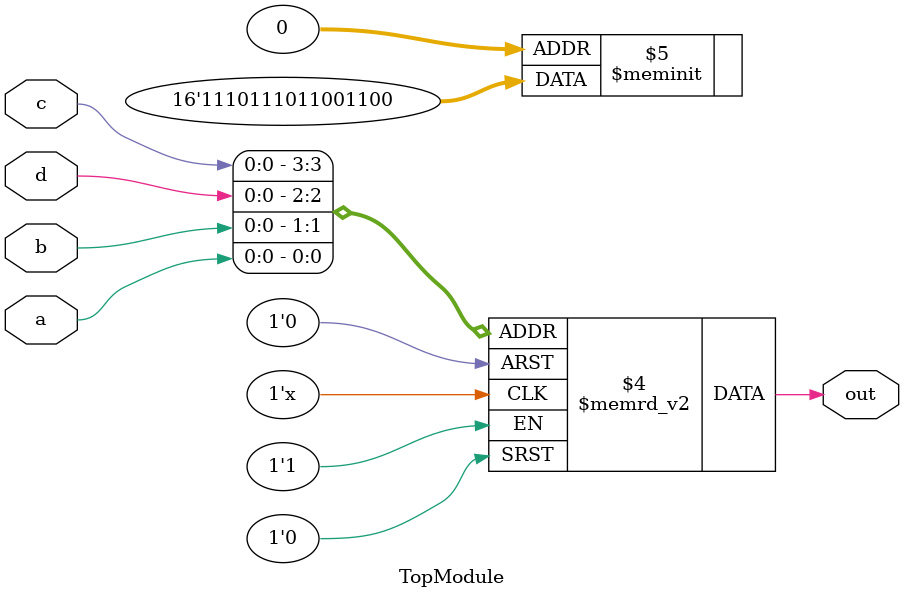
<source format=sv>
module TopModule (
    input logic a,
    input logic b,
    input logic c,
    input logic d,
    output logic out
);

    always @(*) begin
        case ({c, d, b, a})
            4'b0000: out = 1'b0; // d
            4'b0001: out = 1'b0; // 0
            4'b0010: out = 1'b1; // 1
            4'b0011: out = 1'b1; // 1
            4'b0100: out = 1'b0; // 0
            4'b0101: out = 1'b0; // 0
            4'b0110: out = 1'b1; // d
            4'b0111: out = 1'b1; // d
            4'b1000: out = 1'b0; // 0
            4'b1001: out = 1'b1; // 1
            4'b1010: out = 1'b1; // 1
            4'b1011: out = 1'b1; // 1
            4'b1100: out = 1'b0; // 0
            4'b1101: out = 1'b1; // 1
            4'b1110: out = 1'b1; // 1
            4'b1111: out = 1'b1; // 1
            default: out = 1'b0; // Default case
        endcase
    end

endmodule
</source>
